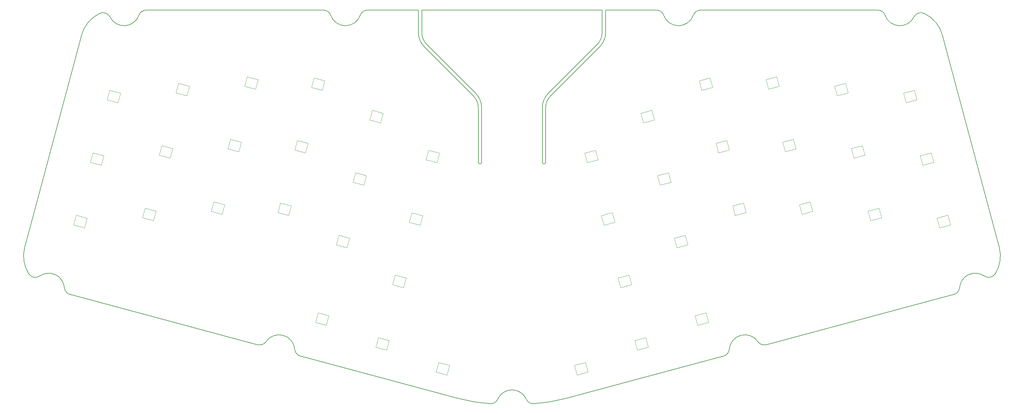
<source format=gbr>
%TF.GenerationSoftware,KiCad,Pcbnew,9.0.4*%
%TF.CreationDate,2025-08-25T00:55:56+03:00*%
%TF.ProjectId,MOKETA,4d4f4b45-5441-42e6-9b69-6361645f7063,rev?*%
%TF.SameCoordinates,Original*%
%TF.FileFunction,Profile,NP*%
%FSLAX46Y46*%
G04 Gerber Fmt 4.6, Leading zero omitted, Abs format (unit mm)*
G04 Created by KiCad (PCBNEW 9.0.4) date 2025-08-25 00:55:56*
%MOMM*%
%LPD*%
G01*
G04 APERTURE LIST*
%TA.AperFunction,Profile*%
%ADD10C,0.200000*%
%TD*%
%TA.AperFunction,Profile*%
%ADD11C,0.010000*%
%TD*%
G04 APERTURE END LIST*
D10*
X64548281Y-169953025D02*
G75*
G02*
X61270354Y-169270769I-1317581J1885225D01*
G01*
X321202709Y-93899201D02*
G75*
G02*
X324258786Y-92843784I2062091J-1018699D01*
G01*
X82132686Y-92843804D02*
G75*
G02*
X85188741Y-93899208I993914J-2074296D01*
G01*
X175721380Y-98439308D02*
X175721380Y-91865124D01*
X277869645Y-190129528D02*
G75*
G02*
X275378149Y-189209698I-595345J2221628D01*
G01*
X76795092Y-99273553D02*
G75*
G02*
X82132686Y-92843804I9659208J-2588147D01*
G01*
X230670081Y-98439300D02*
X230670081Y-91865118D01*
X213095705Y-136559200D02*
X213095732Y-120570006D01*
X332926719Y-175377029D02*
X277869645Y-190129528D01*
X334623639Y-173344741D02*
G75*
G02*
X332926736Y-175377093I-2292039J189141D01*
G01*
X230670081Y-98439300D02*
G75*
G02*
X228912737Y-102681958I-6000081J0D01*
G01*
X212095704Y-136559201D02*
X212095732Y-120559200D01*
X131013318Y-189209700D02*
G75*
G02*
X139391564Y-191454659I3792282J-2603500D01*
G01*
X266999855Y-191454657D02*
G75*
G02*
X265285993Y-193501286I-2293355J179557D01*
G01*
X310573131Y-91861742D02*
X258583932Y-91861743D01*
X310573131Y-91861742D02*
G75*
G02*
X312741630Y-93395072I69J-2299958D01*
G01*
X158649843Y-93395076D02*
G75*
G02*
X160818305Y-91861690I2168557J-766724D01*
G01*
X266999855Y-191454657D02*
G75*
G02*
X275378087Y-189209740I4585945J-358543D01*
G01*
X203195731Y-203400627D02*
G75*
G02*
X207397329Y-206128006I-31J-4600073D01*
G01*
X192538369Y-116316572D02*
X178185841Y-101964052D01*
X256415463Y-93395075D02*
G75*
G02*
X258583931Y-91861775I2168537J-766825D01*
G01*
X346257146Y-161452407D02*
G75*
G02*
X345121099Y-169270765I-9659146J-2588193D01*
G01*
X198994148Y-206128011D02*
G75*
G02*
X203195731Y-203400640I4201552J-1872589D01*
G01*
X329596371Y-99273553D02*
X346257146Y-161452407D01*
X209440351Y-207490978D02*
G75*
G02*
X207397281Y-206128027I57849J2299478D01*
G01*
X175721380Y-91865124D02*
X160818305Y-91861743D01*
X230670081Y-91865118D02*
X245573132Y-91861743D01*
X194295694Y-136559213D02*
G75*
G02*
X193295706Y-136559212I-499994J13D01*
G01*
X345121098Y-169270764D02*
G75*
G02*
X341843219Y-169952971I-1960298J1202964D01*
G01*
X265285998Y-193501306D02*
X219009349Y-205901097D01*
X158649843Y-93395076D02*
G75*
G02*
X149975999Y-93395076I-4336922J1533333D01*
G01*
X219009349Y-205901097D02*
G75*
G02*
X209440351Y-207490975I-12940849J48295697D01*
G01*
X73464731Y-175377027D02*
X128521892Y-190129548D01*
X73464731Y-175377027D02*
G75*
G02*
X71767886Y-173344736I595369J2221627D01*
G01*
X245573132Y-91861743D02*
G75*
G02*
X247741629Y-93395072I68J-2299957D01*
G01*
X213853093Y-116316577D02*
X228205617Y-101964051D01*
X141089324Y-193496980D02*
G75*
G02*
X139391572Y-191454659I595176J2221580D01*
G01*
X229670078Y-98428519D02*
G75*
G02*
X228205622Y-101964056I-5000078J19D01*
G01*
X191831264Y-117034474D02*
G75*
G02*
X193295757Y-120570004I-3535664J-3535626D01*
G01*
X191831264Y-117034474D02*
X177478739Y-102681947D01*
X131013318Y-189209700D02*
G75*
G02*
X128521891Y-190129552I-1896118J1301700D01*
G01*
X147807539Y-91861743D02*
G75*
G02*
X149976001Y-93395075I-39J-2300057D01*
G01*
X64548281Y-169953025D02*
G75*
G02*
X71767827Y-173344741I2635149J-3770425D01*
G01*
X193295732Y-120570004D02*
X193295694Y-136559212D01*
X178185841Y-101964052D02*
G75*
G02*
X176721399Y-98428514I3535659J3535552D01*
G01*
X229670078Y-98428519D02*
X229670082Y-91865120D01*
X214560197Y-117034473D02*
X228912723Y-102681944D01*
X192538369Y-116316572D02*
G75*
G02*
X194295723Y-120559213I-4242869J-4242728D01*
G01*
X93649843Y-93395076D02*
G75*
G02*
X85188752Y-93899202I-4336923J1533346D01*
G01*
X334623639Y-173344741D02*
G75*
G02*
X341843171Y-169953039I4584361J-378659D01*
G01*
X141089325Y-193496981D02*
X187382116Y-205901097D01*
X321202709Y-93899201D02*
G75*
G02*
X312741554Y-93395099I-4124209J2037401D01*
G01*
X93649843Y-93395076D02*
G75*
G02*
X95818304Y-91861690I2168557J-766724D01*
G01*
X212095732Y-120559218D02*
G75*
G02*
X213853111Y-116316595I5999868J18D01*
G01*
X213095732Y-120570006D02*
G75*
G02*
X214560221Y-117034497I4999868J6D01*
G01*
X324258776Y-92843805D02*
G75*
G02*
X329596378Y-99273551I-4321476J-9017795D01*
G01*
X76795092Y-99273553D02*
X60134322Y-161452387D01*
X198994148Y-206128011D02*
G75*
G02*
X196951112Y-207490996I-2100748J936211D01*
G01*
X176721379Y-98428514D02*
X176721380Y-91865123D01*
X229670082Y-91865120D02*
X176721380Y-91865123D01*
X213095705Y-136559200D02*
G75*
G02*
X212095695Y-136559201I-500005J0D01*
G01*
X196951112Y-207490978D02*
G75*
G02*
X187382118Y-205901091I3372188J49887278D01*
G01*
X194295694Y-136559213D02*
X194295722Y-120559213D01*
X61270364Y-169270763D02*
G75*
G02*
X60134349Y-161452394I8523336J5230163D01*
G01*
X177478739Y-102681947D02*
G75*
G02*
X175721340Y-98439308I4242761J4242747D01*
G01*
X256415463Y-93395075D02*
G75*
G02*
X247741619Y-93395075I-4336922J1533332D01*
G01*
X147807539Y-91861743D02*
X95818304Y-91861743D01*
D11*
%TO.C,LED22*%
X286578646Y-132604017D02*
X283391091Y-133458120D01*
X282640516Y-130656935D01*
X285828071Y-129802832D01*
X286578646Y-132604017D01*
%TO.C,LED11*%
X301855764Y-116133984D02*
X298668209Y-116988087D01*
X297917634Y-114186902D01*
X301105189Y-113332799D01*
X301855764Y-116133984D01*
%TO.C,LED34*%
X291496206Y-150956608D02*
X288308651Y-151810711D01*
X287558076Y-149009526D01*
X290745631Y-148155423D01*
X291496206Y-150956608D01*
%TO.C,LED1*%
X88249986Y-116252985D02*
X87499411Y-119054170D01*
X84311856Y-118200067D01*
X85062431Y-115398882D01*
X88249986Y-116252985D01*
%TO.C,LED18*%
X176966632Y-152209738D02*
X176216057Y-155010923D01*
X173028502Y-154156820D01*
X173779077Y-151355635D01*
X176966632Y-152209738D01*
%TO.C,LED25*%
X78414861Y-152958162D02*
X77664286Y-155759347D01*
X74476731Y-154905244D01*
X75227306Y-152104059D01*
X78414861Y-152958162D01*
%TO.C,LED30*%
X172049072Y-170562328D02*
X171298497Y-173363513D01*
X168110942Y-172509410D01*
X168861517Y-169708225D01*
X172049072Y-170562328D01*
%TO.C,LED23*%
X306763324Y-134486573D02*
X303575769Y-135340676D01*
X302825194Y-132539491D01*
X306012749Y-131685388D01*
X306763324Y-134486573D01*
%TO.C,LED39*%
X184844818Y-196218314D02*
X184094243Y-199019499D01*
X180906688Y-198165396D01*
X181657263Y-195364211D01*
X184844818Y-196218314D01*
%TO.C,LED40*%
X225484775Y-198165399D02*
X222297220Y-199019502D01*
X221546645Y-196218317D01*
X224734200Y-195364214D01*
X225484775Y-198165399D01*
%TO.C,LED10*%
X281671084Y-114241426D02*
X278483529Y-115095529D01*
X277732954Y-112294344D01*
X280920509Y-111440241D01*
X281671084Y-114241426D01*
%TO.C,LED38*%
X167131511Y-188914915D02*
X166380936Y-191716100D01*
X163193381Y-190861997D01*
X163943956Y-188060812D01*
X167131511Y-188914915D01*
%TO.C,LED12*%
X322069615Y-118190064D02*
X318882060Y-119044167D01*
X318131485Y-116242982D01*
X321319040Y-115388879D01*
X322069615Y-118190064D01*
%TO.C,LED6*%
X181884200Y-133857145D02*
X181133625Y-136658330D01*
X177946070Y-135804227D01*
X178696645Y-133003042D01*
X181884200Y-133857145D01*
%TO.C,LED28*%
X138397954Y-149329280D02*
X137647379Y-152130465D01*
X134459824Y-151276362D01*
X135210399Y-148475177D01*
X138397954Y-149329280D01*
%TO.C,LED7*%
X228445400Y-135804228D02*
X225257845Y-136658331D01*
X224507270Y-133857146D01*
X227694825Y-133003043D01*
X228445400Y-135804228D01*
%TO.C,LED8*%
X244975902Y-124086546D02*
X241788347Y-124940649D01*
X241037772Y-122139464D01*
X244225327Y-121285361D01*
X244975902Y-124086546D01*
%TO.C,LED36*%
X331894736Y-154905247D02*
X328707181Y-155759350D01*
X327956606Y-152958165D01*
X331144161Y-152104062D01*
X331894736Y-154905247D01*
%TO.C,LED17*%
X160436132Y-140492060D02*
X159685557Y-143293245D01*
X156498002Y-142439142D01*
X157248577Y-139637957D01*
X160436132Y-140492060D01*
%TO.C,LED33*%
X271911636Y-151276368D02*
X268724081Y-152130471D01*
X267973506Y-149329286D01*
X271161061Y-148475183D01*
X271911636Y-151276368D01*
%TO.C,LED31*%
X238280521Y-172509410D02*
X235092966Y-173363513D01*
X234342391Y-170562328D01*
X237529946Y-169708225D01*
X238280521Y-172509410D01*
%TO.C,LED29*%
X155518570Y-158844645D02*
X154767995Y-161645830D01*
X151580440Y-160791727D01*
X152331015Y-157990542D01*
X155518570Y-158844645D01*
%TO.C,LED14*%
X103556269Y-132539487D02*
X102805694Y-135340672D01*
X99618139Y-134486569D01*
X100368714Y-131685384D01*
X103556269Y-132539487D01*
%TO.C,LED5*%
X165353695Y-122139470D02*
X164603120Y-124940655D01*
X161415565Y-124086552D01*
X162166140Y-121285367D01*
X165353695Y-122139470D01*
%TO.C,LED16*%
X143315518Y-130976692D02*
X142564943Y-133777877D01*
X139377388Y-132923774D01*
X140127963Y-130122589D01*
X143315518Y-130976692D01*
%TO.C,LED21*%
X267004078Y-132913773D02*
X263816523Y-133767876D01*
X263065948Y-130966691D01*
X266253503Y-130112588D01*
X267004078Y-132913773D01*
%TO.C,LED9*%
X262096514Y-114571180D02*
X258908959Y-115425283D01*
X258158384Y-112624098D01*
X261345939Y-111769995D01*
X262096514Y-114571180D01*
%TO.C,LED19*%
X233352957Y-154146825D02*
X230165402Y-155000928D01*
X229414827Y-152199743D01*
X232602382Y-151345640D01*
X233352957Y-154146825D01*
%TO.C,LED15*%
X123730947Y-130656934D02*
X122980372Y-133458119D01*
X119792817Y-132604016D01*
X120543392Y-129802831D01*
X123730947Y-130656934D01*
%TO.C,LED24*%
X326997172Y-136552662D02*
X323809617Y-137406765D01*
X323059042Y-134605580D01*
X326246597Y-133751477D01*
X326997172Y-136552662D01*
%TO.C,LED41*%
X243188085Y-190872000D02*
X240000530Y-191726103D01*
X239249955Y-188924918D01*
X242437510Y-188070815D01*
X243188085Y-190872000D01*
%TO.C,LED26*%
X98638710Y-150892082D02*
X97888135Y-153693267D01*
X94700580Y-152839164D01*
X95451155Y-150037979D01*
X98638710Y-150892082D01*
%TO.C,LED27*%
X118813386Y-149009526D02*
X118062811Y-151810711D01*
X114875256Y-150956608D01*
X115625831Y-148155423D01*
X118813386Y-149009526D01*
%TO.C,LED32*%
X254791026Y-160791731D02*
X251603471Y-161645834D01*
X250852896Y-158844649D01*
X254040451Y-157990546D01*
X254791026Y-160791731D01*
%TO.C,LED3*%
X128648515Y-112304340D02*
X127897940Y-115105525D01*
X124710385Y-114251422D01*
X125460960Y-111450237D01*
X128648515Y-112304340D01*
%TO.C,LED13*%
X83332420Y-134605574D02*
X82581845Y-137406759D01*
X79394290Y-136552656D01*
X80144865Y-133751471D01*
X83332420Y-134605574D01*
%TO.C,LED37*%
X149418208Y-181611517D02*
X148667633Y-184412702D01*
X145480078Y-183558599D01*
X146230653Y-180757414D01*
X149418208Y-181611517D01*
%TO.C,LED20*%
X249873466Y-142439138D02*
X246685911Y-143293241D01*
X245935336Y-140492056D01*
X249122891Y-139637953D01*
X249873466Y-142439138D01*
%TO.C,LED2*%
X108473833Y-114186898D02*
X107723258Y-116988083D01*
X104535703Y-116133980D01*
X105286278Y-113332795D01*
X108473833Y-114186898D01*
%TO.C,LED4*%
X148233080Y-112624102D02*
X147482505Y-115425287D01*
X144294950Y-114571184D01*
X145045525Y-111769999D01*
X148233080Y-112624102D01*
%TO.C,LED42*%
X260891388Y-183558602D02*
X257703833Y-184412705D01*
X256953258Y-181611520D01*
X260140813Y-180757417D01*
X260891388Y-183558602D01*
%TO.C,LED35*%
X311680886Y-152829168D02*
X308493331Y-153683271D01*
X307742756Y-150882086D01*
X310930311Y-150027983D01*
X311680886Y-152829168D01*
%TD*%
M02*

</source>
